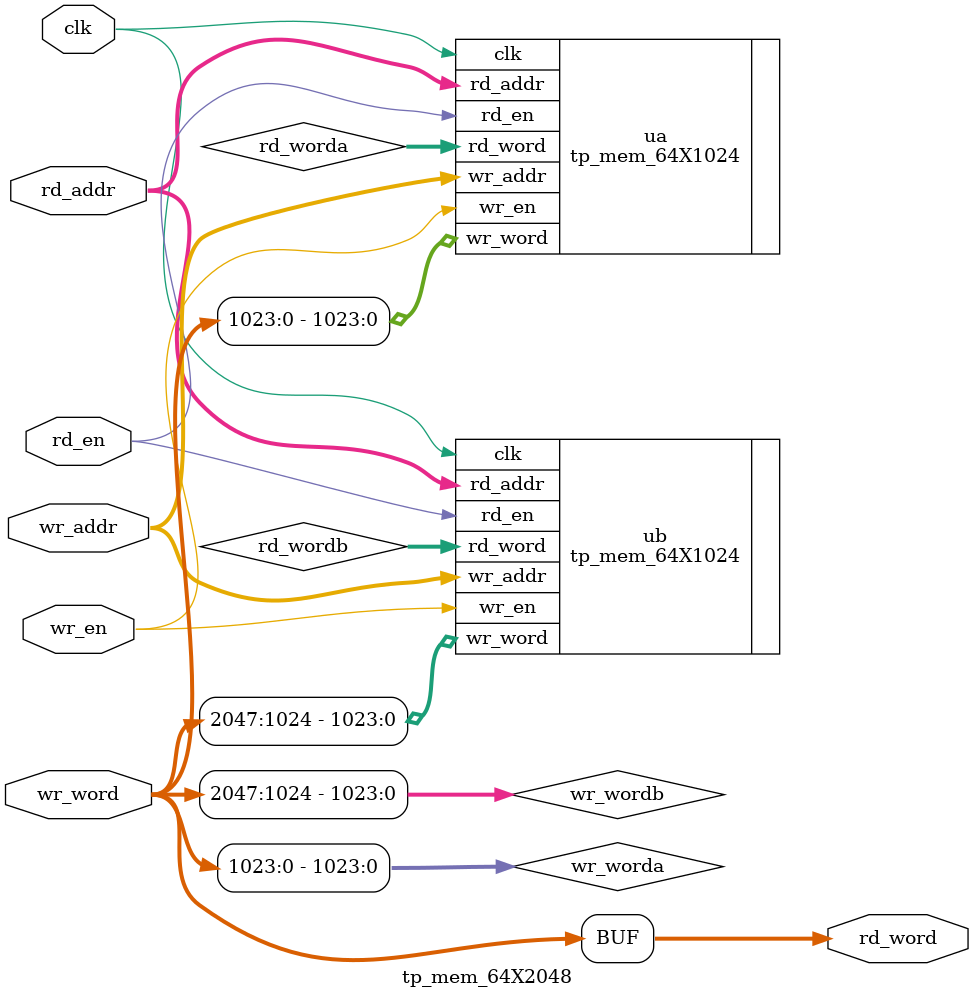
<source format=v>
`timescale 1ns/1ps
module tp_mem_64X2048 (
	input	wire			clk,

	input	wire			rd_en,
	input	wire [5:0]		rd_addr,
	output	wire [2047:0]	rd_word,

	input	wire			wr_en,
	input	wire [5:0]		wr_addr,
	input	wire [2047:0]	wr_word
);

wire [1023:0] wr_worda = wr_word[1023:   0];
wire [1023:0] wr_wordb = wr_word[2047:1024];

wire [1023:0] rd_worda,rd_wordb;
assign rd_word = {wr_wordb,wr_worda};


tp_mem_64X1024 ua(
	.clk					(clk),

	.rd_en					(rd_en),
	.rd_addr				(rd_addr),
	.rd_word				(rd_worda),

	.wr_en					(wr_en),
	.wr_addr				(wr_addr),
	.wr_word				(wr_worda)
);

tp_mem_64X1024 ub(
	.clk					(clk),

	.rd_en					(rd_en),
	.rd_addr				(rd_addr),
	.rd_word				(rd_wordb),

	.wr_en					(wr_en),
	.wr_addr				(wr_addr),
	.wr_word				(wr_wordb)
);

endmodule

</source>
